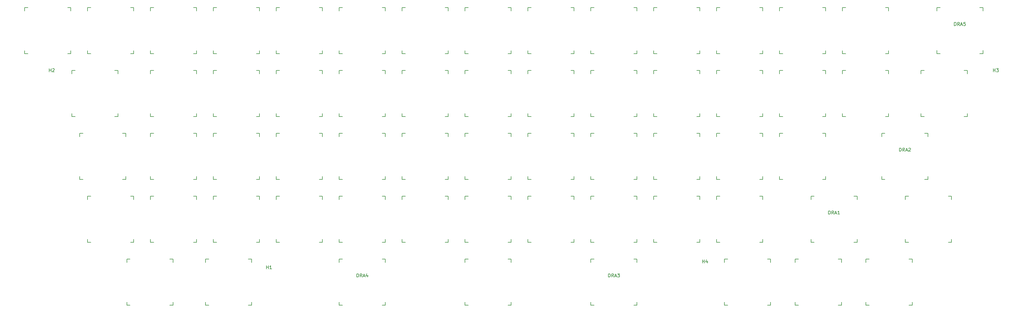
<source format=gbr>
G04 #@! TF.GenerationSoftware,KiCad,Pcbnew,(6.0.0)*
G04 #@! TF.CreationDate,2022-06-17T00:07:40-05:00*
G04 #@! TF.ProjectId,okeeb,6f6b6565-622e-46b6-9963-61645f706362,rev?*
G04 #@! TF.SameCoordinates,Original*
G04 #@! TF.FileFunction,Legend,Top*
G04 #@! TF.FilePolarity,Positive*
%FSLAX46Y46*%
G04 Gerber Fmt 4.6, Leading zero omitted, Abs format (unit mm)*
G04 Created by KiCad (PCBNEW (6.0.0)) date 2022-06-17 00:07:40*
%MOMM*%
%LPD*%
G01*
G04 APERTURE LIST*
%ADD10C,0.150000*%
G04 APERTURE END LIST*
D10*
X54268095Y-50082380D02*
X54268095Y-49082380D01*
X54268095Y-49558571D02*
X54839523Y-49558571D01*
X54839523Y-50082380D02*
X54839523Y-49082380D01*
X55268095Y-49177619D02*
X55315714Y-49130000D01*
X55410952Y-49082380D01*
X55649047Y-49082380D01*
X55744285Y-49130000D01*
X55791904Y-49177619D01*
X55839523Y-49272857D01*
X55839523Y-49368095D01*
X55791904Y-49510952D01*
X55220476Y-50082380D01*
X55839523Y-50082380D01*
X340168095Y-50082380D02*
X340168095Y-49082380D01*
X340168095Y-49558571D02*
X340739523Y-49558571D01*
X340739523Y-50082380D02*
X340739523Y-49082380D01*
X341120476Y-49082380D02*
X341739523Y-49082380D01*
X341406190Y-49463333D01*
X341549047Y-49463333D01*
X341644285Y-49510952D01*
X341691904Y-49558571D01*
X341739523Y-49653809D01*
X341739523Y-49891904D01*
X341691904Y-49987142D01*
X341644285Y-50034761D01*
X341549047Y-50082380D01*
X341263333Y-50082380D01*
X341168095Y-50034761D01*
X341120476Y-49987142D01*
X252118095Y-107982380D02*
X252118095Y-106982380D01*
X252118095Y-107458571D02*
X252689523Y-107458571D01*
X252689523Y-107982380D02*
X252689523Y-106982380D01*
X253594285Y-107315714D02*
X253594285Y-107982380D01*
X253356190Y-106934761D02*
X253118095Y-107649047D01*
X253737142Y-107649047D01*
X120078095Y-109782380D02*
X120078095Y-108782380D01*
X120078095Y-109258571D02*
X120649523Y-109258571D01*
X120649523Y-109782380D02*
X120649523Y-108782380D01*
X121649523Y-109782380D02*
X121078095Y-109782380D01*
X121363809Y-109782380D02*
X121363809Y-108782380D01*
X121268571Y-108925238D01*
X121173333Y-109020476D01*
X121078095Y-109068095D01*
X147423333Y-112247430D02*
X147423333Y-111247430D01*
X147661428Y-111247430D01*
X147804285Y-111295050D01*
X147899523Y-111390288D01*
X147947142Y-111485526D01*
X147994761Y-111676002D01*
X147994761Y-111818859D01*
X147947142Y-112009335D01*
X147899523Y-112104573D01*
X147804285Y-112199811D01*
X147661428Y-112247430D01*
X147423333Y-112247430D01*
X148994761Y-112247430D02*
X148661428Y-111771240D01*
X148423333Y-112247430D02*
X148423333Y-111247430D01*
X148804285Y-111247430D01*
X148899523Y-111295050D01*
X148947142Y-111342669D01*
X148994761Y-111437907D01*
X148994761Y-111580764D01*
X148947142Y-111676002D01*
X148899523Y-111723621D01*
X148804285Y-111771240D01*
X148423333Y-111771240D01*
X149375714Y-111961716D02*
X149851904Y-111961716D01*
X149280476Y-112247430D02*
X149613809Y-111247430D01*
X149947142Y-112247430D01*
X150709047Y-111580764D02*
X150709047Y-112247430D01*
X150470952Y-111199811D02*
X150232857Y-111914097D01*
X150851904Y-111914097D01*
X223623333Y-112252380D02*
X223623333Y-111252380D01*
X223861428Y-111252380D01*
X224004285Y-111300000D01*
X224099523Y-111395238D01*
X224147142Y-111490476D01*
X224194761Y-111680952D01*
X224194761Y-111823809D01*
X224147142Y-112014285D01*
X224099523Y-112109523D01*
X224004285Y-112204761D01*
X223861428Y-112252380D01*
X223623333Y-112252380D01*
X225194761Y-112252380D02*
X224861428Y-111776190D01*
X224623333Y-112252380D02*
X224623333Y-111252380D01*
X225004285Y-111252380D01*
X225099523Y-111300000D01*
X225147142Y-111347619D01*
X225194761Y-111442857D01*
X225194761Y-111585714D01*
X225147142Y-111680952D01*
X225099523Y-111728571D01*
X225004285Y-111776190D01*
X224623333Y-111776190D01*
X225575714Y-111966666D02*
X226051904Y-111966666D01*
X225480476Y-112252380D02*
X225813809Y-111252380D01*
X226147142Y-112252380D01*
X226385238Y-111252380D02*
X227004285Y-111252380D01*
X226670952Y-111633333D01*
X226813809Y-111633333D01*
X226909047Y-111680952D01*
X226956666Y-111728571D01*
X227004285Y-111823809D01*
X227004285Y-112061904D01*
X226956666Y-112157142D01*
X226909047Y-112204761D01*
X226813809Y-112252380D01*
X226528095Y-112252380D01*
X226432857Y-112204761D01*
X226385238Y-112157142D01*
X328393333Y-36057380D02*
X328393333Y-35057380D01*
X328631428Y-35057380D01*
X328774285Y-35105000D01*
X328869523Y-35200238D01*
X328917142Y-35295476D01*
X328964761Y-35485952D01*
X328964761Y-35628809D01*
X328917142Y-35819285D01*
X328869523Y-35914523D01*
X328774285Y-36009761D01*
X328631428Y-36057380D01*
X328393333Y-36057380D01*
X329964761Y-36057380D02*
X329631428Y-35581190D01*
X329393333Y-36057380D02*
X329393333Y-35057380D01*
X329774285Y-35057380D01*
X329869523Y-35105000D01*
X329917142Y-35152619D01*
X329964761Y-35247857D01*
X329964761Y-35390714D01*
X329917142Y-35485952D01*
X329869523Y-35533571D01*
X329774285Y-35581190D01*
X329393333Y-35581190D01*
X330345714Y-35771666D02*
X330821904Y-35771666D01*
X330250476Y-36057380D02*
X330583809Y-35057380D01*
X330917142Y-36057380D01*
X331726666Y-35057380D02*
X331250476Y-35057380D01*
X331202857Y-35533571D01*
X331250476Y-35485952D01*
X331345714Y-35438333D01*
X331583809Y-35438333D01*
X331679047Y-35485952D01*
X331726666Y-35533571D01*
X331774285Y-35628809D01*
X331774285Y-35866904D01*
X331726666Y-35962142D01*
X331679047Y-36009761D01*
X331583809Y-36057380D01*
X331345714Y-36057380D01*
X331250476Y-36009761D01*
X331202857Y-35962142D01*
X311743333Y-74147430D02*
X311743333Y-73147430D01*
X311981428Y-73147430D01*
X312124285Y-73195050D01*
X312219523Y-73290288D01*
X312267142Y-73385526D01*
X312314761Y-73576002D01*
X312314761Y-73718859D01*
X312267142Y-73909335D01*
X312219523Y-74004573D01*
X312124285Y-74099811D01*
X311981428Y-74147430D01*
X311743333Y-74147430D01*
X313314761Y-74147430D02*
X312981428Y-73671240D01*
X312743333Y-74147430D02*
X312743333Y-73147430D01*
X313124285Y-73147430D01*
X313219523Y-73195050D01*
X313267142Y-73242669D01*
X313314761Y-73337907D01*
X313314761Y-73480764D01*
X313267142Y-73576002D01*
X313219523Y-73623621D01*
X313124285Y-73671240D01*
X312743333Y-73671240D01*
X313695714Y-73861716D02*
X314171904Y-73861716D01*
X313600476Y-74147430D02*
X313933809Y-73147430D01*
X314267142Y-74147430D01*
X314552857Y-73242669D02*
X314600476Y-73195050D01*
X314695714Y-73147430D01*
X314933809Y-73147430D01*
X315029047Y-73195050D01*
X315076666Y-73242669D01*
X315124285Y-73337907D01*
X315124285Y-73433145D01*
X315076666Y-73576002D01*
X314505238Y-74147430D01*
X315124285Y-74147430D01*
X290293333Y-93202380D02*
X290293333Y-92202380D01*
X290531428Y-92202380D01*
X290674285Y-92250000D01*
X290769523Y-92345238D01*
X290817142Y-92440476D01*
X290864761Y-92630952D01*
X290864761Y-92773809D01*
X290817142Y-92964285D01*
X290769523Y-93059523D01*
X290674285Y-93154761D01*
X290531428Y-93202380D01*
X290293333Y-93202380D01*
X291864761Y-93202380D02*
X291531428Y-92726190D01*
X291293333Y-93202380D02*
X291293333Y-92202380D01*
X291674285Y-92202380D01*
X291769523Y-92250000D01*
X291817142Y-92297619D01*
X291864761Y-92392857D01*
X291864761Y-92535714D01*
X291817142Y-92630952D01*
X291769523Y-92678571D01*
X291674285Y-92726190D01*
X291293333Y-92726190D01*
X292245714Y-92916666D02*
X292721904Y-92916666D01*
X292150476Y-93202380D02*
X292483809Y-92202380D01*
X292817142Y-93202380D01*
X293674285Y-93202380D02*
X293102857Y-93202380D01*
X293388571Y-93202380D02*
X293388571Y-92202380D01*
X293293333Y-92345238D01*
X293198095Y-92440476D01*
X293102857Y-92488095D01*
X60836250Y-30600000D02*
X60836250Y-31600000D01*
X60836250Y-43600000D02*
X60836250Y-44600000D01*
X60836250Y-30600000D02*
X59836250Y-30600000D01*
X47836250Y-30600000D02*
X46836250Y-30600000D01*
X59836250Y-44600000D02*
X60836250Y-44600000D01*
X46836250Y-31600000D02*
X46836250Y-30600000D01*
X46836250Y-44600000D02*
X46836250Y-43600000D01*
X46836250Y-44600000D02*
X47836250Y-44600000D01*
X281198750Y-106800000D02*
X280198750Y-106800000D01*
X294198750Y-106800000D02*
X293198750Y-106800000D01*
X294198750Y-119800000D02*
X294198750Y-120800000D01*
X293198750Y-120800000D02*
X294198750Y-120800000D01*
X280198750Y-120800000D02*
X280198750Y-119800000D01*
X294198750Y-106800000D02*
X294198750Y-107800000D01*
X280198750Y-107800000D02*
X280198750Y-106800000D01*
X280198750Y-120800000D02*
X281198750Y-120800000D01*
X284961250Y-101750000D02*
X285961250Y-101750000D01*
X284961250Y-101750000D02*
X284961250Y-100750000D01*
X298961250Y-87750000D02*
X298961250Y-88750000D01*
X297961250Y-101750000D02*
X298961250Y-101750000D01*
X284961250Y-88750000D02*
X284961250Y-87750000D01*
X298961250Y-87750000D02*
X297961250Y-87750000D01*
X298961250Y-100750000D02*
X298961250Y-101750000D01*
X285961250Y-87750000D02*
X284961250Y-87750000D01*
X156086250Y-68700000D02*
X156086250Y-69700000D01*
X143086250Y-68700000D02*
X142086250Y-68700000D01*
X156086250Y-81700000D02*
X156086250Y-82700000D01*
X142086250Y-82700000D02*
X142086250Y-81700000D01*
X156086250Y-68700000D02*
X155086250Y-68700000D01*
X155086250Y-82700000D02*
X156086250Y-82700000D01*
X142086250Y-82700000D02*
X143086250Y-82700000D01*
X142086250Y-69700000D02*
X142086250Y-68700000D01*
X231286250Y-82700000D02*
X232286250Y-82700000D01*
X218286250Y-82700000D02*
X218286250Y-81700000D01*
X232286250Y-81700000D02*
X232286250Y-82700000D01*
X219286250Y-68700000D02*
X218286250Y-68700000D01*
X232286250Y-68700000D02*
X231286250Y-68700000D01*
X218286250Y-82700000D02*
X219286250Y-82700000D01*
X218286250Y-69700000D02*
X218286250Y-68700000D01*
X232286250Y-68700000D02*
X232286250Y-69700000D01*
X232286250Y-49650000D02*
X231286250Y-49650000D01*
X218286250Y-63650000D02*
X218286250Y-62650000D01*
X232286250Y-49650000D02*
X232286250Y-50650000D01*
X232286250Y-62650000D02*
X232286250Y-63650000D01*
X218286250Y-50650000D02*
X218286250Y-49650000D01*
X231286250Y-63650000D02*
X232286250Y-63650000D01*
X218286250Y-63650000D02*
X219286250Y-63650000D01*
X219286250Y-49650000D02*
X218286250Y-49650000D01*
X175136250Y-43600000D02*
X175136250Y-44600000D01*
X175136250Y-30600000D02*
X175136250Y-31600000D01*
X175136250Y-30600000D02*
X174136250Y-30600000D01*
X161136250Y-44600000D02*
X162136250Y-44600000D01*
X161136250Y-31600000D02*
X161136250Y-30600000D01*
X174136250Y-44600000D02*
X175136250Y-44600000D01*
X161136250Y-44600000D02*
X161136250Y-43600000D01*
X162136250Y-30600000D02*
X161136250Y-30600000D01*
X258767500Y-107800000D02*
X258767500Y-106800000D01*
X272767500Y-106800000D02*
X272767500Y-107800000D01*
X258767500Y-120800000D02*
X259767500Y-120800000D01*
X272767500Y-106800000D02*
X271767500Y-106800000D01*
X271767500Y-120800000D02*
X272767500Y-120800000D01*
X259767500Y-106800000D02*
X258767500Y-106800000D01*
X272767500Y-119800000D02*
X272767500Y-120800000D01*
X258767500Y-120800000D02*
X258767500Y-119800000D01*
X327536250Y-87750000D02*
X327536250Y-88750000D01*
X326536250Y-101750000D02*
X327536250Y-101750000D01*
X313536250Y-101750000D02*
X313536250Y-100750000D01*
X314536250Y-87750000D02*
X313536250Y-87750000D01*
X327536250Y-87750000D02*
X326536250Y-87750000D01*
X327536250Y-100750000D02*
X327536250Y-101750000D01*
X313536250Y-101750000D02*
X314536250Y-101750000D01*
X313536250Y-88750000D02*
X313536250Y-87750000D01*
X75123750Y-62650000D02*
X75123750Y-63650000D01*
X61123750Y-63650000D02*
X61123750Y-62650000D01*
X74123750Y-63650000D02*
X75123750Y-63650000D01*
X61123750Y-50650000D02*
X61123750Y-49650000D01*
X75123750Y-49650000D02*
X74123750Y-49650000D01*
X61123750Y-63650000D02*
X62123750Y-63650000D01*
X75123750Y-49650000D02*
X75123750Y-50650000D01*
X62123750Y-49650000D02*
X61123750Y-49650000D01*
X77505000Y-68700000D02*
X76505000Y-68700000D01*
X77505000Y-81700000D02*
X77505000Y-82700000D01*
X63505000Y-69700000D02*
X63505000Y-68700000D01*
X63505000Y-82700000D02*
X63505000Y-81700000D01*
X76505000Y-82700000D02*
X77505000Y-82700000D01*
X77505000Y-68700000D02*
X77505000Y-69700000D01*
X64505000Y-68700000D02*
X63505000Y-68700000D01*
X63505000Y-82700000D02*
X64505000Y-82700000D01*
X194186250Y-43600000D02*
X194186250Y-44600000D01*
X180186250Y-44600000D02*
X180186250Y-43600000D01*
X180186250Y-31600000D02*
X180186250Y-30600000D01*
X193186250Y-44600000D02*
X194186250Y-44600000D01*
X194186250Y-30600000D02*
X193186250Y-30600000D01*
X194186250Y-30600000D02*
X194186250Y-31600000D01*
X181186250Y-30600000D02*
X180186250Y-30600000D01*
X180186250Y-44600000D02*
X181186250Y-44600000D01*
X104986250Y-49650000D02*
X103986250Y-49650000D01*
X117986250Y-49650000D02*
X116986250Y-49650000D01*
X103986250Y-63650000D02*
X104986250Y-63650000D01*
X117986250Y-49650000D02*
X117986250Y-50650000D01*
X117986250Y-62650000D02*
X117986250Y-63650000D01*
X116986250Y-63650000D02*
X117986250Y-63650000D01*
X103986250Y-63650000D02*
X103986250Y-62650000D01*
X103986250Y-50650000D02*
X103986250Y-49650000D01*
X137036250Y-49650000D02*
X137036250Y-50650000D01*
X123036250Y-50650000D02*
X123036250Y-49650000D01*
X123036250Y-63650000D02*
X124036250Y-63650000D01*
X123036250Y-63650000D02*
X123036250Y-62650000D01*
X136036250Y-63650000D02*
X137036250Y-63650000D01*
X137036250Y-62650000D02*
X137036250Y-63650000D01*
X137036250Y-49650000D02*
X136036250Y-49650000D01*
X124036250Y-49650000D02*
X123036250Y-49650000D01*
X66886250Y-30600000D02*
X65886250Y-30600000D01*
X65886250Y-44600000D02*
X66886250Y-44600000D01*
X79886250Y-30600000D02*
X78886250Y-30600000D01*
X65886250Y-44600000D02*
X65886250Y-43600000D01*
X79886250Y-30600000D02*
X79886250Y-31600000D01*
X65886250Y-31600000D02*
X65886250Y-30600000D01*
X79886250Y-43600000D02*
X79886250Y-44600000D01*
X78886250Y-44600000D02*
X79886250Y-44600000D01*
X180186250Y-120800000D02*
X181186250Y-120800000D01*
X193186250Y-120800000D02*
X194186250Y-120800000D01*
X180186250Y-120800000D02*
X180186250Y-119800000D01*
X194186250Y-119800000D02*
X194186250Y-120800000D01*
X194186250Y-106800000D02*
X193186250Y-106800000D01*
X194186250Y-106800000D02*
X194186250Y-107800000D01*
X181186250Y-106800000D02*
X180186250Y-106800000D01*
X180186250Y-107800000D02*
X180186250Y-106800000D01*
X275436250Y-63650000D02*
X275436250Y-62650000D01*
X288436250Y-63650000D02*
X289436250Y-63650000D01*
X275436250Y-63650000D02*
X276436250Y-63650000D01*
X275436250Y-50650000D02*
X275436250Y-49650000D01*
X289436250Y-49650000D02*
X288436250Y-49650000D01*
X289436250Y-49650000D02*
X289436250Y-50650000D01*
X276436250Y-49650000D02*
X275436250Y-49650000D01*
X289436250Y-62650000D02*
X289436250Y-63650000D01*
X275436250Y-31600000D02*
X275436250Y-30600000D01*
X276436250Y-30600000D02*
X275436250Y-30600000D01*
X288436250Y-44600000D02*
X289436250Y-44600000D01*
X275436250Y-44600000D02*
X275436250Y-43600000D01*
X289436250Y-43600000D02*
X289436250Y-44600000D01*
X275436250Y-44600000D02*
X276436250Y-44600000D01*
X289436250Y-30600000D02*
X289436250Y-31600000D01*
X289436250Y-30600000D02*
X288436250Y-30600000D01*
X320392500Y-68700000D02*
X320392500Y-69700000D01*
X307392500Y-68700000D02*
X306392500Y-68700000D01*
X306392500Y-82700000D02*
X307392500Y-82700000D01*
X319392500Y-82700000D02*
X320392500Y-82700000D01*
X320392500Y-68700000D02*
X319392500Y-68700000D01*
X306392500Y-69700000D02*
X306392500Y-68700000D01*
X306392500Y-82700000D02*
X306392500Y-81700000D01*
X320392500Y-81700000D02*
X320392500Y-82700000D01*
X98936250Y-68700000D02*
X98936250Y-69700000D01*
X84936250Y-69700000D02*
X84936250Y-68700000D01*
X97936250Y-82700000D02*
X98936250Y-82700000D01*
X85936250Y-68700000D02*
X84936250Y-68700000D01*
X98936250Y-68700000D02*
X97936250Y-68700000D01*
X98936250Y-81700000D02*
X98936250Y-82700000D01*
X84936250Y-82700000D02*
X84936250Y-81700000D01*
X84936250Y-82700000D02*
X85936250Y-82700000D01*
X175136250Y-49650000D02*
X174136250Y-49650000D01*
X161136250Y-50650000D02*
X161136250Y-49650000D01*
X174136250Y-63650000D02*
X175136250Y-63650000D01*
X161136250Y-63650000D02*
X161136250Y-62650000D01*
X175136250Y-62650000D02*
X175136250Y-63650000D01*
X175136250Y-49650000D02*
X175136250Y-50650000D01*
X162136250Y-49650000D02*
X161136250Y-49650000D01*
X161136250Y-63650000D02*
X162136250Y-63650000D01*
X123036250Y-101750000D02*
X123036250Y-100750000D01*
X136036250Y-101750000D02*
X137036250Y-101750000D01*
X123036250Y-101750000D02*
X124036250Y-101750000D01*
X137036250Y-87750000D02*
X137036250Y-88750000D01*
X123036250Y-88750000D02*
X123036250Y-87750000D01*
X137036250Y-87750000D02*
X136036250Y-87750000D01*
X124036250Y-87750000D02*
X123036250Y-87750000D01*
X137036250Y-100750000D02*
X137036250Y-101750000D01*
X294486250Y-31600000D02*
X294486250Y-30600000D01*
X307486250Y-44600000D02*
X308486250Y-44600000D01*
X308486250Y-30600000D02*
X308486250Y-31600000D01*
X308486250Y-30600000D02*
X307486250Y-30600000D01*
X294486250Y-44600000D02*
X295486250Y-44600000D01*
X294486250Y-44600000D02*
X294486250Y-43600000D01*
X308486250Y-43600000D02*
X308486250Y-44600000D01*
X295486250Y-30600000D02*
X294486250Y-30600000D01*
X270386250Y-62650000D02*
X270386250Y-63650000D01*
X256386250Y-63650000D02*
X257386250Y-63650000D01*
X256386250Y-63650000D02*
X256386250Y-62650000D01*
X256386250Y-50650000D02*
X256386250Y-49650000D01*
X270386250Y-49650000D02*
X270386250Y-50650000D01*
X270386250Y-49650000D02*
X269386250Y-49650000D01*
X257386250Y-49650000D02*
X256386250Y-49650000D01*
X269386250Y-63650000D02*
X270386250Y-63650000D01*
X237336250Y-31600000D02*
X237336250Y-30600000D01*
X251336250Y-43600000D02*
X251336250Y-44600000D01*
X237336250Y-44600000D02*
X238336250Y-44600000D01*
X237336250Y-44600000D02*
X237336250Y-43600000D01*
X250336250Y-44600000D02*
X251336250Y-44600000D01*
X238336250Y-30600000D02*
X237336250Y-30600000D01*
X251336250Y-30600000D02*
X250336250Y-30600000D01*
X251336250Y-30600000D02*
X251336250Y-31600000D01*
X199236250Y-44600000D02*
X199236250Y-43600000D01*
X199236250Y-44600000D02*
X200236250Y-44600000D01*
X213236250Y-30600000D02*
X212236250Y-30600000D01*
X212236250Y-44600000D02*
X213236250Y-44600000D01*
X213236250Y-43600000D02*
X213236250Y-44600000D01*
X213236250Y-30600000D02*
X213236250Y-31600000D01*
X200236250Y-30600000D02*
X199236250Y-30600000D01*
X199236250Y-31600000D02*
X199236250Y-30600000D01*
X124036250Y-30600000D02*
X123036250Y-30600000D01*
X123036250Y-31600000D02*
X123036250Y-30600000D01*
X137036250Y-30600000D02*
X136036250Y-30600000D01*
X136036250Y-44600000D02*
X137036250Y-44600000D01*
X123036250Y-44600000D02*
X124036250Y-44600000D01*
X137036250Y-43600000D02*
X137036250Y-44600000D01*
X123036250Y-44600000D02*
X123036250Y-43600000D01*
X137036250Y-30600000D02*
X137036250Y-31600000D01*
X218286250Y-107800000D02*
X218286250Y-106800000D01*
X232286250Y-106800000D02*
X232286250Y-107800000D01*
X232286250Y-106800000D02*
X231286250Y-106800000D01*
X218286250Y-120800000D02*
X219286250Y-120800000D01*
X231286250Y-120800000D02*
X232286250Y-120800000D01*
X219286250Y-106800000D02*
X218286250Y-106800000D01*
X218286250Y-120800000D02*
X218286250Y-119800000D01*
X232286250Y-119800000D02*
X232286250Y-120800000D01*
X142086250Y-101750000D02*
X142086250Y-100750000D01*
X156086250Y-87750000D02*
X156086250Y-88750000D01*
X155086250Y-101750000D02*
X156086250Y-101750000D01*
X142086250Y-88750000D02*
X142086250Y-87750000D01*
X156086250Y-87750000D02*
X155086250Y-87750000D01*
X143086250Y-87750000D02*
X142086250Y-87750000D01*
X156086250Y-100750000D02*
X156086250Y-101750000D01*
X142086250Y-101750000D02*
X143086250Y-101750000D01*
X218286250Y-101750000D02*
X218286250Y-100750000D01*
X232286250Y-87750000D02*
X231286250Y-87750000D01*
X232286250Y-100750000D02*
X232286250Y-101750000D01*
X219286250Y-87750000D02*
X218286250Y-87750000D01*
X232286250Y-87750000D02*
X232286250Y-88750000D01*
X218286250Y-101750000D02*
X219286250Y-101750000D01*
X218286250Y-88750000D02*
X218286250Y-87750000D01*
X231286250Y-101750000D02*
X232286250Y-101750000D01*
X193186250Y-101750000D02*
X194186250Y-101750000D01*
X180186250Y-101750000D02*
X181186250Y-101750000D01*
X194186250Y-87750000D02*
X194186250Y-88750000D01*
X181186250Y-87750000D02*
X180186250Y-87750000D01*
X194186250Y-100750000D02*
X194186250Y-101750000D01*
X180186250Y-88750000D02*
X180186250Y-87750000D01*
X194186250Y-87750000D02*
X193186250Y-87750000D01*
X180186250Y-101750000D02*
X180186250Y-100750000D01*
X212236250Y-82700000D02*
X213236250Y-82700000D01*
X213236250Y-68700000D02*
X213236250Y-69700000D01*
X199236250Y-82700000D02*
X199236250Y-81700000D01*
X200236250Y-68700000D02*
X199236250Y-68700000D01*
X213236250Y-68700000D02*
X212236250Y-68700000D01*
X199236250Y-82700000D02*
X200236250Y-82700000D01*
X199236250Y-69700000D02*
X199236250Y-68700000D01*
X213236250Y-81700000D02*
X213236250Y-82700000D01*
X212236250Y-101750000D02*
X213236250Y-101750000D01*
X213236250Y-87750000D02*
X212236250Y-87750000D01*
X199236250Y-101750000D02*
X199236250Y-100750000D01*
X213236250Y-87750000D02*
X213236250Y-88750000D01*
X199236250Y-88750000D02*
X199236250Y-87750000D01*
X199236250Y-101750000D02*
X200236250Y-101750000D01*
X200236250Y-87750000D02*
X199236250Y-87750000D01*
X213236250Y-100750000D02*
X213236250Y-101750000D01*
X162136250Y-68700000D02*
X161136250Y-68700000D01*
X175136250Y-68700000D02*
X175136250Y-69700000D01*
X161136250Y-82700000D02*
X162136250Y-82700000D01*
X174136250Y-82700000D02*
X175136250Y-82700000D01*
X161136250Y-82700000D02*
X161136250Y-81700000D01*
X175136250Y-81700000D02*
X175136250Y-82700000D01*
X175136250Y-68700000D02*
X174136250Y-68700000D01*
X161136250Y-69700000D02*
X161136250Y-68700000D01*
X156086250Y-62650000D02*
X156086250Y-63650000D01*
X142086250Y-63650000D02*
X142086250Y-62650000D01*
X142086250Y-63650000D02*
X143086250Y-63650000D01*
X142086250Y-50650000D02*
X142086250Y-49650000D01*
X156086250Y-49650000D02*
X156086250Y-50650000D01*
X143086250Y-49650000D02*
X142086250Y-49650000D01*
X156086250Y-49650000D02*
X155086250Y-49650000D01*
X155086250Y-63650000D02*
X156086250Y-63650000D01*
X237336250Y-101750000D02*
X238336250Y-101750000D01*
X251336250Y-87750000D02*
X250336250Y-87750000D01*
X237336250Y-101750000D02*
X237336250Y-100750000D01*
X250336250Y-101750000D02*
X251336250Y-101750000D01*
X238336250Y-87750000D02*
X237336250Y-87750000D01*
X251336250Y-87750000D02*
X251336250Y-88750000D01*
X237336250Y-88750000D02*
X237336250Y-87750000D01*
X251336250Y-100750000D02*
X251336250Y-101750000D01*
X84936250Y-44600000D02*
X84936250Y-43600000D01*
X84936250Y-31600000D02*
X84936250Y-30600000D01*
X97936250Y-44600000D02*
X98936250Y-44600000D01*
X85936250Y-30600000D02*
X84936250Y-30600000D01*
X98936250Y-30600000D02*
X98936250Y-31600000D01*
X84936250Y-44600000D02*
X85936250Y-44600000D01*
X98936250Y-30600000D02*
X97936250Y-30600000D01*
X98936250Y-43600000D02*
X98936250Y-44600000D01*
X256386250Y-82700000D02*
X256386250Y-81700000D01*
X270386250Y-68700000D02*
X269386250Y-68700000D01*
X257386250Y-68700000D02*
X256386250Y-68700000D01*
X270386250Y-81700000D02*
X270386250Y-82700000D01*
X256386250Y-82700000D02*
X257386250Y-82700000D01*
X270386250Y-68700000D02*
X270386250Y-69700000D01*
X269386250Y-82700000D02*
X270386250Y-82700000D01*
X256386250Y-69700000D02*
X256386250Y-68700000D01*
X323085000Y-44590000D02*
X324085000Y-44590000D01*
X337085000Y-43590000D02*
X337085000Y-44590000D01*
X337085000Y-30590000D02*
X337085000Y-31590000D01*
X324085000Y-30590000D02*
X323085000Y-30590000D01*
X323085000Y-44590000D02*
X323085000Y-43590000D01*
X336085000Y-44590000D02*
X337085000Y-44590000D01*
X323085000Y-31590000D02*
X323085000Y-30590000D01*
X337085000Y-30590000D02*
X336085000Y-30590000D01*
X85936250Y-49650000D02*
X84936250Y-49650000D01*
X97936250Y-63650000D02*
X98936250Y-63650000D01*
X98936250Y-49650000D02*
X97936250Y-49650000D01*
X84936250Y-63650000D02*
X85936250Y-63650000D01*
X84936250Y-50650000D02*
X84936250Y-49650000D01*
X98936250Y-49650000D02*
X98936250Y-50650000D01*
X98936250Y-62650000D02*
X98936250Y-63650000D01*
X84936250Y-63650000D02*
X84936250Y-62650000D01*
X218286250Y-44600000D02*
X219286250Y-44600000D01*
X232286250Y-30600000D02*
X231286250Y-30600000D01*
X231286250Y-44600000D02*
X232286250Y-44600000D01*
X218286250Y-31600000D02*
X218286250Y-30600000D01*
X232286250Y-43600000D02*
X232286250Y-44600000D01*
X219286250Y-30600000D02*
X218286250Y-30600000D01*
X232286250Y-30600000D02*
X232286250Y-31600000D01*
X218286250Y-44600000D02*
X218286250Y-43600000D01*
X84936250Y-101750000D02*
X85936250Y-101750000D01*
X98936250Y-100750000D02*
X98936250Y-101750000D01*
X98936250Y-87750000D02*
X98936250Y-88750000D01*
X85936250Y-87750000D02*
X84936250Y-87750000D01*
X97936250Y-101750000D02*
X98936250Y-101750000D01*
X84936250Y-88750000D02*
X84936250Y-87750000D01*
X84936250Y-101750000D02*
X84936250Y-100750000D01*
X98936250Y-87750000D02*
X97936250Y-87750000D01*
X181186250Y-68700000D02*
X180186250Y-68700000D01*
X180186250Y-82700000D02*
X180186250Y-81700000D01*
X194186250Y-68700000D02*
X193186250Y-68700000D01*
X194186250Y-81700000D02*
X194186250Y-82700000D01*
X193186250Y-82700000D02*
X194186250Y-82700000D01*
X180186250Y-82700000D02*
X181186250Y-82700000D01*
X194186250Y-68700000D02*
X194186250Y-69700000D01*
X180186250Y-69700000D02*
X180186250Y-68700000D01*
X251336250Y-62650000D02*
X251336250Y-63650000D01*
X237336250Y-50650000D02*
X237336250Y-49650000D01*
X250336250Y-63650000D02*
X251336250Y-63650000D01*
X251336250Y-49650000D02*
X250336250Y-49650000D01*
X251336250Y-49650000D02*
X251336250Y-50650000D01*
X237336250Y-63650000D02*
X238336250Y-63650000D01*
X238336250Y-49650000D02*
X237336250Y-49650000D01*
X237336250Y-63650000D02*
X237336250Y-62650000D01*
X180186250Y-50650000D02*
X180186250Y-49650000D01*
X180186250Y-63650000D02*
X180186250Y-62650000D01*
X194186250Y-49650000D02*
X194186250Y-50650000D01*
X194186250Y-62650000D02*
X194186250Y-63650000D01*
X194186250Y-49650000D02*
X193186250Y-49650000D01*
X181186250Y-49650000D02*
X180186250Y-49650000D01*
X180186250Y-63650000D02*
X181186250Y-63650000D01*
X193186250Y-63650000D02*
X194186250Y-63650000D01*
X200236250Y-49650000D02*
X199236250Y-49650000D01*
X199236250Y-63650000D02*
X200236250Y-63650000D01*
X213236250Y-62650000D02*
X213236250Y-63650000D01*
X213236250Y-49650000D02*
X212236250Y-49650000D01*
X199236250Y-50650000D02*
X199236250Y-49650000D01*
X212236250Y-63650000D02*
X213236250Y-63650000D01*
X199236250Y-63650000D02*
X199236250Y-62650000D01*
X213236250Y-49650000D02*
X213236250Y-50650000D01*
X77792500Y-107800000D02*
X77792500Y-106800000D01*
X77792500Y-120800000D02*
X77792500Y-119800000D01*
X90792500Y-120800000D02*
X91792500Y-120800000D01*
X91792500Y-119800000D02*
X91792500Y-120800000D01*
X77792500Y-120800000D02*
X78792500Y-120800000D01*
X78792500Y-106800000D02*
X77792500Y-106800000D01*
X91792500Y-106800000D02*
X91792500Y-107800000D01*
X91792500Y-106800000D02*
X90792500Y-106800000D01*
X332298750Y-49650000D02*
X331298750Y-49650000D01*
X318298750Y-63650000D02*
X318298750Y-62650000D01*
X318298750Y-63650000D02*
X319298750Y-63650000D01*
X318298750Y-50650000D02*
X318298750Y-49650000D01*
X319298750Y-49650000D02*
X318298750Y-49650000D01*
X331298750Y-63650000D02*
X332298750Y-63650000D01*
X332298750Y-62650000D02*
X332298750Y-63650000D01*
X332298750Y-49650000D02*
X332298750Y-50650000D01*
X117986250Y-87750000D02*
X117986250Y-88750000D01*
X104986250Y-87750000D02*
X103986250Y-87750000D01*
X117986250Y-100750000D02*
X117986250Y-101750000D01*
X103986250Y-88750000D02*
X103986250Y-87750000D01*
X103986250Y-101750000D02*
X103986250Y-100750000D01*
X116986250Y-101750000D02*
X117986250Y-101750000D01*
X103986250Y-101750000D02*
X104986250Y-101750000D01*
X117986250Y-87750000D02*
X116986250Y-87750000D01*
X66886250Y-87750000D02*
X65886250Y-87750000D01*
X65886250Y-88750000D02*
X65886250Y-87750000D01*
X65886250Y-101750000D02*
X65886250Y-100750000D01*
X79886250Y-100750000D02*
X79886250Y-101750000D01*
X65886250Y-101750000D02*
X66886250Y-101750000D01*
X79886250Y-87750000D02*
X79886250Y-88750000D01*
X79886250Y-87750000D02*
X78886250Y-87750000D01*
X78886250Y-101750000D02*
X79886250Y-101750000D01*
X256386250Y-101750000D02*
X256386250Y-100750000D01*
X256386250Y-88750000D02*
X256386250Y-87750000D01*
X270386250Y-87750000D02*
X269386250Y-87750000D01*
X269386250Y-101750000D02*
X270386250Y-101750000D01*
X270386250Y-100750000D02*
X270386250Y-101750000D01*
X257386250Y-87750000D02*
X256386250Y-87750000D01*
X256386250Y-101750000D02*
X257386250Y-101750000D01*
X270386250Y-87750000D02*
X270386250Y-88750000D01*
X307486250Y-63650000D02*
X308486250Y-63650000D01*
X308486250Y-49650000D02*
X308486250Y-50650000D01*
X295486250Y-49650000D02*
X294486250Y-49650000D01*
X308486250Y-49650000D02*
X307486250Y-49650000D01*
X294486250Y-63650000D02*
X295486250Y-63650000D01*
X294486250Y-50650000D02*
X294486250Y-49650000D01*
X294486250Y-63650000D02*
X294486250Y-62650000D01*
X308486250Y-62650000D02*
X308486250Y-63650000D01*
X123036250Y-69700000D02*
X123036250Y-68700000D01*
X136036250Y-82700000D02*
X137036250Y-82700000D01*
X137036250Y-68700000D02*
X136036250Y-68700000D01*
X123036250Y-82700000D02*
X123036250Y-81700000D01*
X124036250Y-68700000D02*
X123036250Y-68700000D01*
X137036250Y-81700000D02*
X137036250Y-82700000D01*
X123036250Y-82700000D02*
X124036250Y-82700000D01*
X137036250Y-68700000D02*
X137036250Y-69700000D01*
X251336250Y-68700000D02*
X251336250Y-69700000D01*
X237336250Y-82700000D02*
X238336250Y-82700000D01*
X251336250Y-81700000D02*
X251336250Y-82700000D01*
X237336250Y-69700000D02*
X237336250Y-68700000D01*
X251336250Y-68700000D02*
X250336250Y-68700000D01*
X250336250Y-82700000D02*
X251336250Y-82700000D01*
X238336250Y-68700000D02*
X237336250Y-68700000D01*
X237336250Y-82700000D02*
X237336250Y-81700000D01*
X301630000Y-107800000D02*
X301630000Y-106800000D01*
X315630000Y-106800000D02*
X315630000Y-107800000D01*
X314630000Y-120800000D02*
X315630000Y-120800000D01*
X315630000Y-106800000D02*
X314630000Y-106800000D01*
X301630000Y-120800000D02*
X301630000Y-119800000D01*
X301630000Y-120800000D02*
X302630000Y-120800000D01*
X302630000Y-106800000D02*
X301630000Y-106800000D01*
X315630000Y-119800000D02*
X315630000Y-120800000D01*
X142086250Y-44600000D02*
X143086250Y-44600000D01*
X142086250Y-44600000D02*
X142086250Y-43600000D01*
X142086250Y-31600000D02*
X142086250Y-30600000D01*
X156086250Y-30600000D02*
X156086250Y-31600000D01*
X143086250Y-30600000D02*
X142086250Y-30600000D01*
X155086250Y-44600000D02*
X156086250Y-44600000D01*
X156086250Y-30600000D02*
X155086250Y-30600000D01*
X156086250Y-43600000D02*
X156086250Y-44600000D01*
X117986250Y-68700000D02*
X116986250Y-68700000D01*
X116986250Y-82700000D02*
X117986250Y-82700000D01*
X103986250Y-82700000D02*
X103986250Y-81700000D01*
X117986250Y-81700000D02*
X117986250Y-82700000D01*
X104986250Y-68700000D02*
X103986250Y-68700000D01*
X103986250Y-82700000D02*
X104986250Y-82700000D01*
X103986250Y-69700000D02*
X103986250Y-68700000D01*
X117986250Y-68700000D02*
X117986250Y-69700000D01*
X115605000Y-119800000D02*
X115605000Y-120800000D01*
X101605000Y-107800000D02*
X101605000Y-106800000D01*
X101605000Y-120800000D02*
X101605000Y-119800000D01*
X115605000Y-106800000D02*
X114605000Y-106800000D01*
X102605000Y-106800000D02*
X101605000Y-106800000D01*
X101605000Y-120800000D02*
X102605000Y-120800000D01*
X114605000Y-120800000D02*
X115605000Y-120800000D01*
X115605000Y-106800000D02*
X115605000Y-107800000D01*
X161136250Y-101750000D02*
X161136250Y-100750000D01*
X175136250Y-87750000D02*
X174136250Y-87750000D01*
X162136250Y-87750000D02*
X161136250Y-87750000D01*
X175136250Y-100750000D02*
X175136250Y-101750000D01*
X175136250Y-87750000D02*
X175136250Y-88750000D01*
X161136250Y-101750000D02*
X162136250Y-101750000D01*
X174136250Y-101750000D02*
X175136250Y-101750000D01*
X161136250Y-88750000D02*
X161136250Y-87750000D01*
X269386250Y-44600000D02*
X270386250Y-44600000D01*
X256386250Y-44600000D02*
X256386250Y-43600000D01*
X257386250Y-30600000D02*
X256386250Y-30600000D01*
X270386250Y-30600000D02*
X269386250Y-30600000D01*
X256386250Y-31600000D02*
X256386250Y-30600000D01*
X256386250Y-44600000D02*
X257386250Y-44600000D01*
X270386250Y-43600000D02*
X270386250Y-44600000D01*
X270386250Y-30600000D02*
X270386250Y-31600000D01*
X142086250Y-120800000D02*
X143086250Y-120800000D01*
X156086250Y-119800000D02*
X156086250Y-120800000D01*
X156086250Y-106800000D02*
X155086250Y-106800000D01*
X142086250Y-120800000D02*
X142086250Y-119800000D01*
X155086250Y-120800000D02*
X156086250Y-120800000D01*
X142086250Y-107800000D02*
X142086250Y-106800000D01*
X156086250Y-106800000D02*
X156086250Y-107800000D01*
X143086250Y-106800000D02*
X142086250Y-106800000D01*
X117986250Y-30600000D02*
X116986250Y-30600000D01*
X117986250Y-43600000D02*
X117986250Y-44600000D01*
X103986250Y-44600000D02*
X104986250Y-44600000D01*
X116986250Y-44600000D02*
X117986250Y-44600000D01*
X104986250Y-30600000D02*
X103986250Y-30600000D01*
X103986250Y-31600000D02*
X103986250Y-30600000D01*
X117986250Y-30600000D02*
X117986250Y-31600000D01*
X103986250Y-44600000D02*
X103986250Y-43600000D01*
X288436250Y-82700000D02*
X289436250Y-82700000D01*
X275436250Y-82700000D02*
X276436250Y-82700000D01*
X289436250Y-81700000D02*
X289436250Y-82700000D01*
X275436250Y-69700000D02*
X275436250Y-68700000D01*
X289436250Y-68700000D02*
X289436250Y-69700000D01*
X275436250Y-82700000D02*
X275436250Y-81700000D01*
X276436250Y-68700000D02*
X275436250Y-68700000D01*
X289436250Y-68700000D02*
X288436250Y-68700000D01*
M02*

</source>
